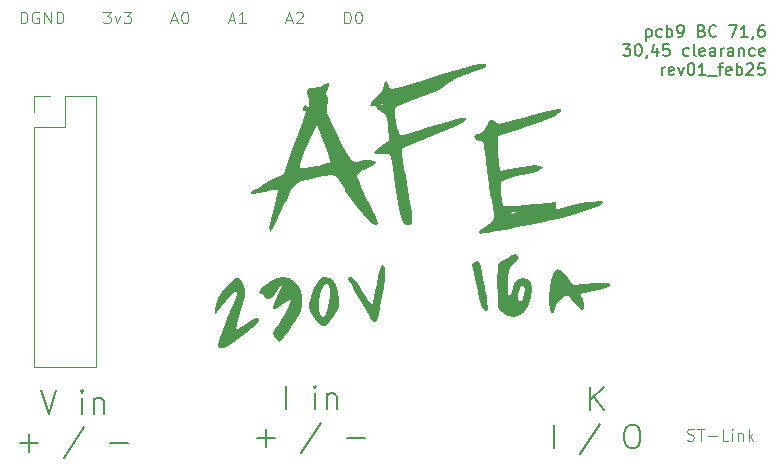
<source format=gto>
G04 #@! TF.GenerationSoftware,KiCad,Pcbnew,8.0.8*
G04 #@! TF.CreationDate,2025-02-19T13:23:11-05:00*
G04 #@! TF.ProjectId,plot_gerbers,706c6f74-5f67-4657-9262-6572732e6b69,rev?*
G04 #@! TF.SameCoordinates,Original*
G04 #@! TF.FileFunction,Legend,Top*
G04 #@! TF.FilePolarity,Positive*
%FSLAX46Y46*%
G04 Gerber Fmt 4.6, Leading zero omitted, Abs format (unit mm)*
G04 Created by KiCad (PCBNEW 8.0.8) date 2025-02-19 13:23:11*
%MOMM*%
%LPD*%
G01*
G04 APERTURE LIST*
%ADD10C,0.200000*%
%ADD11C,0.150000*%
%ADD12C,0.100000*%
%ADD13C,0.000000*%
%ADD14C,0.120000*%
%ADD15R,1.700000X1.700000*%
%ADD16O,1.700000X1.700000*%
G04 APERTURE END LIST*
D10*
X118400476Y-117494950D02*
X119067142Y-119494950D01*
X119067142Y-119494950D02*
X119733809Y-117494950D01*
X121924286Y-119494950D02*
X121924286Y-118161616D01*
X121924286Y-117494950D02*
X121829048Y-117590188D01*
X121829048Y-117590188D02*
X121924286Y-117685426D01*
X121924286Y-117685426D02*
X122019524Y-117590188D01*
X122019524Y-117590188D02*
X121924286Y-117494950D01*
X121924286Y-117494950D02*
X121924286Y-117685426D01*
X122876667Y-118161616D02*
X122876667Y-119494950D01*
X122876667Y-118352092D02*
X122971905Y-118256854D01*
X122971905Y-118256854D02*
X123162381Y-118161616D01*
X123162381Y-118161616D02*
X123448096Y-118161616D01*
X123448096Y-118161616D02*
X123638572Y-118256854D01*
X123638572Y-118256854D02*
X123733810Y-118447331D01*
X123733810Y-118447331D02*
X123733810Y-119494950D01*
X116638571Y-121952933D02*
X118162381Y-121952933D01*
X117400476Y-122714838D02*
X117400476Y-121191028D01*
X122067142Y-120619600D02*
X120352857Y-123191028D01*
X124257619Y-121952933D02*
X125781429Y-121952933D01*
X164926190Y-119184950D02*
X164926190Y-117184950D01*
X166069047Y-119184950D02*
X165211904Y-118042092D01*
X166069047Y-117184950D02*
X164926190Y-118327807D01*
X161830952Y-122404838D02*
X161830952Y-120404838D01*
X165735714Y-120309600D02*
X164021429Y-122881028D01*
X168307143Y-120404838D02*
X168688096Y-120404838D01*
X168688096Y-120404838D02*
X168878572Y-120500076D01*
X168878572Y-120500076D02*
X169069048Y-120690552D01*
X169069048Y-120690552D02*
X169164286Y-121071504D01*
X169164286Y-121071504D02*
X169164286Y-121738171D01*
X169164286Y-121738171D02*
X169069048Y-122119123D01*
X169069048Y-122119123D02*
X168878572Y-122309600D01*
X168878572Y-122309600D02*
X168688096Y-122404838D01*
X168688096Y-122404838D02*
X168307143Y-122404838D01*
X168307143Y-122404838D02*
X168116667Y-122309600D01*
X168116667Y-122309600D02*
X167926191Y-122119123D01*
X167926191Y-122119123D02*
X167830953Y-121738171D01*
X167830953Y-121738171D02*
X167830953Y-121071504D01*
X167830953Y-121071504D02*
X167926191Y-120690552D01*
X167926191Y-120690552D02*
X168116667Y-120500076D01*
X168116667Y-120500076D02*
X168307143Y-120404838D01*
X139177142Y-119094950D02*
X139177142Y-117094950D01*
X141653333Y-119094950D02*
X141653333Y-117761616D01*
X141653333Y-117094950D02*
X141558095Y-117190188D01*
X141558095Y-117190188D02*
X141653333Y-117285426D01*
X141653333Y-117285426D02*
X141748571Y-117190188D01*
X141748571Y-117190188D02*
X141653333Y-117094950D01*
X141653333Y-117094950D02*
X141653333Y-117285426D01*
X142605714Y-117761616D02*
X142605714Y-119094950D01*
X142605714Y-117952092D02*
X142700952Y-117856854D01*
X142700952Y-117856854D02*
X142891428Y-117761616D01*
X142891428Y-117761616D02*
X143177143Y-117761616D01*
X143177143Y-117761616D02*
X143367619Y-117856854D01*
X143367619Y-117856854D02*
X143462857Y-118047331D01*
X143462857Y-118047331D02*
X143462857Y-119094950D01*
X136748571Y-121552933D02*
X138272381Y-121552933D01*
X137510476Y-122314838D02*
X137510476Y-120791028D01*
X142177142Y-120219600D02*
X140462857Y-122791028D01*
X144367619Y-121552933D02*
X145891429Y-121552933D01*
D11*
X169653220Y-86913264D02*
X169653220Y-87913264D01*
X169653220Y-86960883D02*
X169748458Y-86913264D01*
X169748458Y-86913264D02*
X169938934Y-86913264D01*
X169938934Y-86913264D02*
X170034172Y-86960883D01*
X170034172Y-86960883D02*
X170081791Y-87008502D01*
X170081791Y-87008502D02*
X170129410Y-87103740D01*
X170129410Y-87103740D02*
X170129410Y-87389454D01*
X170129410Y-87389454D02*
X170081791Y-87484692D01*
X170081791Y-87484692D02*
X170034172Y-87532312D01*
X170034172Y-87532312D02*
X169938934Y-87579931D01*
X169938934Y-87579931D02*
X169748458Y-87579931D01*
X169748458Y-87579931D02*
X169653220Y-87532312D01*
X170986553Y-87532312D02*
X170891315Y-87579931D01*
X170891315Y-87579931D02*
X170700839Y-87579931D01*
X170700839Y-87579931D02*
X170605601Y-87532312D01*
X170605601Y-87532312D02*
X170557982Y-87484692D01*
X170557982Y-87484692D02*
X170510363Y-87389454D01*
X170510363Y-87389454D02*
X170510363Y-87103740D01*
X170510363Y-87103740D02*
X170557982Y-87008502D01*
X170557982Y-87008502D02*
X170605601Y-86960883D01*
X170605601Y-86960883D02*
X170700839Y-86913264D01*
X170700839Y-86913264D02*
X170891315Y-86913264D01*
X170891315Y-86913264D02*
X170986553Y-86960883D01*
X171415125Y-87579931D02*
X171415125Y-86579931D01*
X171415125Y-86960883D02*
X171510363Y-86913264D01*
X171510363Y-86913264D02*
X171700839Y-86913264D01*
X171700839Y-86913264D02*
X171796077Y-86960883D01*
X171796077Y-86960883D02*
X171843696Y-87008502D01*
X171843696Y-87008502D02*
X171891315Y-87103740D01*
X171891315Y-87103740D02*
X171891315Y-87389454D01*
X171891315Y-87389454D02*
X171843696Y-87484692D01*
X171843696Y-87484692D02*
X171796077Y-87532312D01*
X171796077Y-87532312D02*
X171700839Y-87579931D01*
X171700839Y-87579931D02*
X171510363Y-87579931D01*
X171510363Y-87579931D02*
X171415125Y-87532312D01*
X172367506Y-87579931D02*
X172557982Y-87579931D01*
X172557982Y-87579931D02*
X172653220Y-87532312D01*
X172653220Y-87532312D02*
X172700839Y-87484692D01*
X172700839Y-87484692D02*
X172796077Y-87341835D01*
X172796077Y-87341835D02*
X172843696Y-87151359D01*
X172843696Y-87151359D02*
X172843696Y-86770407D01*
X172843696Y-86770407D02*
X172796077Y-86675169D01*
X172796077Y-86675169D02*
X172748458Y-86627550D01*
X172748458Y-86627550D02*
X172653220Y-86579931D01*
X172653220Y-86579931D02*
X172462744Y-86579931D01*
X172462744Y-86579931D02*
X172367506Y-86627550D01*
X172367506Y-86627550D02*
X172319887Y-86675169D01*
X172319887Y-86675169D02*
X172272268Y-86770407D01*
X172272268Y-86770407D02*
X172272268Y-87008502D01*
X172272268Y-87008502D02*
X172319887Y-87103740D01*
X172319887Y-87103740D02*
X172367506Y-87151359D01*
X172367506Y-87151359D02*
X172462744Y-87198978D01*
X172462744Y-87198978D02*
X172653220Y-87198978D01*
X172653220Y-87198978D02*
X172748458Y-87151359D01*
X172748458Y-87151359D02*
X172796077Y-87103740D01*
X172796077Y-87103740D02*
X172843696Y-87008502D01*
X174367506Y-87056121D02*
X174510363Y-87103740D01*
X174510363Y-87103740D02*
X174557982Y-87151359D01*
X174557982Y-87151359D02*
X174605601Y-87246597D01*
X174605601Y-87246597D02*
X174605601Y-87389454D01*
X174605601Y-87389454D02*
X174557982Y-87484692D01*
X174557982Y-87484692D02*
X174510363Y-87532312D01*
X174510363Y-87532312D02*
X174415125Y-87579931D01*
X174415125Y-87579931D02*
X174034173Y-87579931D01*
X174034173Y-87579931D02*
X174034173Y-86579931D01*
X174034173Y-86579931D02*
X174367506Y-86579931D01*
X174367506Y-86579931D02*
X174462744Y-86627550D01*
X174462744Y-86627550D02*
X174510363Y-86675169D01*
X174510363Y-86675169D02*
X174557982Y-86770407D01*
X174557982Y-86770407D02*
X174557982Y-86865645D01*
X174557982Y-86865645D02*
X174510363Y-86960883D01*
X174510363Y-86960883D02*
X174462744Y-87008502D01*
X174462744Y-87008502D02*
X174367506Y-87056121D01*
X174367506Y-87056121D02*
X174034173Y-87056121D01*
X175605601Y-87484692D02*
X175557982Y-87532312D01*
X175557982Y-87532312D02*
X175415125Y-87579931D01*
X175415125Y-87579931D02*
X175319887Y-87579931D01*
X175319887Y-87579931D02*
X175177030Y-87532312D01*
X175177030Y-87532312D02*
X175081792Y-87437073D01*
X175081792Y-87437073D02*
X175034173Y-87341835D01*
X175034173Y-87341835D02*
X174986554Y-87151359D01*
X174986554Y-87151359D02*
X174986554Y-87008502D01*
X174986554Y-87008502D02*
X175034173Y-86818026D01*
X175034173Y-86818026D02*
X175081792Y-86722788D01*
X175081792Y-86722788D02*
X175177030Y-86627550D01*
X175177030Y-86627550D02*
X175319887Y-86579931D01*
X175319887Y-86579931D02*
X175415125Y-86579931D01*
X175415125Y-86579931D02*
X175557982Y-86627550D01*
X175557982Y-86627550D02*
X175605601Y-86675169D01*
X176700840Y-86579931D02*
X177367506Y-86579931D01*
X177367506Y-86579931D02*
X176938935Y-87579931D01*
X178272268Y-87579931D02*
X177700840Y-87579931D01*
X177986554Y-87579931D02*
X177986554Y-86579931D01*
X177986554Y-86579931D02*
X177891316Y-86722788D01*
X177891316Y-86722788D02*
X177796078Y-86818026D01*
X177796078Y-86818026D02*
X177700840Y-86865645D01*
X178748459Y-87532312D02*
X178748459Y-87579931D01*
X178748459Y-87579931D02*
X178700840Y-87675169D01*
X178700840Y-87675169D02*
X178653221Y-87722788D01*
X179605601Y-86579931D02*
X179415125Y-86579931D01*
X179415125Y-86579931D02*
X179319887Y-86627550D01*
X179319887Y-86627550D02*
X179272268Y-86675169D01*
X179272268Y-86675169D02*
X179177030Y-86818026D01*
X179177030Y-86818026D02*
X179129411Y-87008502D01*
X179129411Y-87008502D02*
X179129411Y-87389454D01*
X179129411Y-87389454D02*
X179177030Y-87484692D01*
X179177030Y-87484692D02*
X179224649Y-87532312D01*
X179224649Y-87532312D02*
X179319887Y-87579931D01*
X179319887Y-87579931D02*
X179510363Y-87579931D01*
X179510363Y-87579931D02*
X179605601Y-87532312D01*
X179605601Y-87532312D02*
X179653220Y-87484692D01*
X179653220Y-87484692D02*
X179700839Y-87389454D01*
X179700839Y-87389454D02*
X179700839Y-87151359D01*
X179700839Y-87151359D02*
X179653220Y-87056121D01*
X179653220Y-87056121D02*
X179605601Y-87008502D01*
X179605601Y-87008502D02*
X179510363Y-86960883D01*
X179510363Y-86960883D02*
X179319887Y-86960883D01*
X179319887Y-86960883D02*
X179224649Y-87008502D01*
X179224649Y-87008502D02*
X179177030Y-87056121D01*
X179177030Y-87056121D02*
X179129411Y-87151359D01*
X167700838Y-88189875D02*
X168319885Y-88189875D01*
X168319885Y-88189875D02*
X167986552Y-88570827D01*
X167986552Y-88570827D02*
X168129409Y-88570827D01*
X168129409Y-88570827D02*
X168224647Y-88618446D01*
X168224647Y-88618446D02*
X168272266Y-88666065D01*
X168272266Y-88666065D02*
X168319885Y-88761303D01*
X168319885Y-88761303D02*
X168319885Y-88999398D01*
X168319885Y-88999398D02*
X168272266Y-89094636D01*
X168272266Y-89094636D02*
X168224647Y-89142256D01*
X168224647Y-89142256D02*
X168129409Y-89189875D01*
X168129409Y-89189875D02*
X167843695Y-89189875D01*
X167843695Y-89189875D02*
X167748457Y-89142256D01*
X167748457Y-89142256D02*
X167700838Y-89094636D01*
X168938933Y-88189875D02*
X169034171Y-88189875D01*
X169034171Y-88189875D02*
X169129409Y-88237494D01*
X169129409Y-88237494D02*
X169177028Y-88285113D01*
X169177028Y-88285113D02*
X169224647Y-88380351D01*
X169224647Y-88380351D02*
X169272266Y-88570827D01*
X169272266Y-88570827D02*
X169272266Y-88808922D01*
X169272266Y-88808922D02*
X169224647Y-88999398D01*
X169224647Y-88999398D02*
X169177028Y-89094636D01*
X169177028Y-89094636D02*
X169129409Y-89142256D01*
X169129409Y-89142256D02*
X169034171Y-89189875D01*
X169034171Y-89189875D02*
X168938933Y-89189875D01*
X168938933Y-89189875D02*
X168843695Y-89142256D01*
X168843695Y-89142256D02*
X168796076Y-89094636D01*
X168796076Y-89094636D02*
X168748457Y-88999398D01*
X168748457Y-88999398D02*
X168700838Y-88808922D01*
X168700838Y-88808922D02*
X168700838Y-88570827D01*
X168700838Y-88570827D02*
X168748457Y-88380351D01*
X168748457Y-88380351D02*
X168796076Y-88285113D01*
X168796076Y-88285113D02*
X168843695Y-88237494D01*
X168843695Y-88237494D02*
X168938933Y-88189875D01*
X169748457Y-89142256D02*
X169748457Y-89189875D01*
X169748457Y-89189875D02*
X169700838Y-89285113D01*
X169700838Y-89285113D02*
X169653219Y-89332732D01*
X170605599Y-88523208D02*
X170605599Y-89189875D01*
X170367504Y-88142256D02*
X170129409Y-88856541D01*
X170129409Y-88856541D02*
X170748456Y-88856541D01*
X171605599Y-88189875D02*
X171129409Y-88189875D01*
X171129409Y-88189875D02*
X171081790Y-88666065D01*
X171081790Y-88666065D02*
X171129409Y-88618446D01*
X171129409Y-88618446D02*
X171224647Y-88570827D01*
X171224647Y-88570827D02*
X171462742Y-88570827D01*
X171462742Y-88570827D02*
X171557980Y-88618446D01*
X171557980Y-88618446D02*
X171605599Y-88666065D01*
X171605599Y-88666065D02*
X171653218Y-88761303D01*
X171653218Y-88761303D02*
X171653218Y-88999398D01*
X171653218Y-88999398D02*
X171605599Y-89094636D01*
X171605599Y-89094636D02*
X171557980Y-89142256D01*
X171557980Y-89142256D02*
X171462742Y-89189875D01*
X171462742Y-89189875D02*
X171224647Y-89189875D01*
X171224647Y-89189875D02*
X171129409Y-89142256D01*
X171129409Y-89142256D02*
X171081790Y-89094636D01*
X173272266Y-89142256D02*
X173177028Y-89189875D01*
X173177028Y-89189875D02*
X172986552Y-89189875D01*
X172986552Y-89189875D02*
X172891314Y-89142256D01*
X172891314Y-89142256D02*
X172843695Y-89094636D01*
X172843695Y-89094636D02*
X172796076Y-88999398D01*
X172796076Y-88999398D02*
X172796076Y-88713684D01*
X172796076Y-88713684D02*
X172843695Y-88618446D01*
X172843695Y-88618446D02*
X172891314Y-88570827D01*
X172891314Y-88570827D02*
X172986552Y-88523208D01*
X172986552Y-88523208D02*
X173177028Y-88523208D01*
X173177028Y-88523208D02*
X173272266Y-88570827D01*
X173843695Y-89189875D02*
X173748457Y-89142256D01*
X173748457Y-89142256D02*
X173700838Y-89047017D01*
X173700838Y-89047017D02*
X173700838Y-88189875D01*
X174605600Y-89142256D02*
X174510362Y-89189875D01*
X174510362Y-89189875D02*
X174319886Y-89189875D01*
X174319886Y-89189875D02*
X174224648Y-89142256D01*
X174224648Y-89142256D02*
X174177029Y-89047017D01*
X174177029Y-89047017D02*
X174177029Y-88666065D01*
X174177029Y-88666065D02*
X174224648Y-88570827D01*
X174224648Y-88570827D02*
X174319886Y-88523208D01*
X174319886Y-88523208D02*
X174510362Y-88523208D01*
X174510362Y-88523208D02*
X174605600Y-88570827D01*
X174605600Y-88570827D02*
X174653219Y-88666065D01*
X174653219Y-88666065D02*
X174653219Y-88761303D01*
X174653219Y-88761303D02*
X174177029Y-88856541D01*
X175510362Y-89189875D02*
X175510362Y-88666065D01*
X175510362Y-88666065D02*
X175462743Y-88570827D01*
X175462743Y-88570827D02*
X175367505Y-88523208D01*
X175367505Y-88523208D02*
X175177029Y-88523208D01*
X175177029Y-88523208D02*
X175081791Y-88570827D01*
X175510362Y-89142256D02*
X175415124Y-89189875D01*
X175415124Y-89189875D02*
X175177029Y-89189875D01*
X175177029Y-89189875D02*
X175081791Y-89142256D01*
X175081791Y-89142256D02*
X175034172Y-89047017D01*
X175034172Y-89047017D02*
X175034172Y-88951779D01*
X175034172Y-88951779D02*
X175081791Y-88856541D01*
X175081791Y-88856541D02*
X175177029Y-88808922D01*
X175177029Y-88808922D02*
X175415124Y-88808922D01*
X175415124Y-88808922D02*
X175510362Y-88761303D01*
X175986553Y-89189875D02*
X175986553Y-88523208D01*
X175986553Y-88713684D02*
X176034172Y-88618446D01*
X176034172Y-88618446D02*
X176081791Y-88570827D01*
X176081791Y-88570827D02*
X176177029Y-88523208D01*
X176177029Y-88523208D02*
X176272267Y-88523208D01*
X177034172Y-89189875D02*
X177034172Y-88666065D01*
X177034172Y-88666065D02*
X176986553Y-88570827D01*
X176986553Y-88570827D02*
X176891315Y-88523208D01*
X176891315Y-88523208D02*
X176700839Y-88523208D01*
X176700839Y-88523208D02*
X176605601Y-88570827D01*
X177034172Y-89142256D02*
X176938934Y-89189875D01*
X176938934Y-89189875D02*
X176700839Y-89189875D01*
X176700839Y-89189875D02*
X176605601Y-89142256D01*
X176605601Y-89142256D02*
X176557982Y-89047017D01*
X176557982Y-89047017D02*
X176557982Y-88951779D01*
X176557982Y-88951779D02*
X176605601Y-88856541D01*
X176605601Y-88856541D02*
X176700839Y-88808922D01*
X176700839Y-88808922D02*
X176938934Y-88808922D01*
X176938934Y-88808922D02*
X177034172Y-88761303D01*
X177510363Y-88523208D02*
X177510363Y-89189875D01*
X177510363Y-88618446D02*
X177557982Y-88570827D01*
X177557982Y-88570827D02*
X177653220Y-88523208D01*
X177653220Y-88523208D02*
X177796077Y-88523208D01*
X177796077Y-88523208D02*
X177891315Y-88570827D01*
X177891315Y-88570827D02*
X177938934Y-88666065D01*
X177938934Y-88666065D02*
X177938934Y-89189875D01*
X178843696Y-89142256D02*
X178748458Y-89189875D01*
X178748458Y-89189875D02*
X178557982Y-89189875D01*
X178557982Y-89189875D02*
X178462744Y-89142256D01*
X178462744Y-89142256D02*
X178415125Y-89094636D01*
X178415125Y-89094636D02*
X178367506Y-88999398D01*
X178367506Y-88999398D02*
X178367506Y-88713684D01*
X178367506Y-88713684D02*
X178415125Y-88618446D01*
X178415125Y-88618446D02*
X178462744Y-88570827D01*
X178462744Y-88570827D02*
X178557982Y-88523208D01*
X178557982Y-88523208D02*
X178748458Y-88523208D01*
X178748458Y-88523208D02*
X178843696Y-88570827D01*
X179653220Y-89142256D02*
X179557982Y-89189875D01*
X179557982Y-89189875D02*
X179367506Y-89189875D01*
X179367506Y-89189875D02*
X179272268Y-89142256D01*
X179272268Y-89142256D02*
X179224649Y-89047017D01*
X179224649Y-89047017D02*
X179224649Y-88666065D01*
X179224649Y-88666065D02*
X179272268Y-88570827D01*
X179272268Y-88570827D02*
X179367506Y-88523208D01*
X179367506Y-88523208D02*
X179557982Y-88523208D01*
X179557982Y-88523208D02*
X179653220Y-88570827D01*
X179653220Y-88570827D02*
X179700839Y-88666065D01*
X179700839Y-88666065D02*
X179700839Y-88761303D01*
X179700839Y-88761303D02*
X179224649Y-88856541D01*
X170986552Y-90799819D02*
X170986552Y-90133152D01*
X170986552Y-90323628D02*
X171034171Y-90228390D01*
X171034171Y-90228390D02*
X171081790Y-90180771D01*
X171081790Y-90180771D02*
X171177028Y-90133152D01*
X171177028Y-90133152D02*
X171272266Y-90133152D01*
X171986552Y-90752200D02*
X171891314Y-90799819D01*
X171891314Y-90799819D02*
X171700838Y-90799819D01*
X171700838Y-90799819D02*
X171605600Y-90752200D01*
X171605600Y-90752200D02*
X171557981Y-90656961D01*
X171557981Y-90656961D02*
X171557981Y-90276009D01*
X171557981Y-90276009D02*
X171605600Y-90180771D01*
X171605600Y-90180771D02*
X171700838Y-90133152D01*
X171700838Y-90133152D02*
X171891314Y-90133152D01*
X171891314Y-90133152D02*
X171986552Y-90180771D01*
X171986552Y-90180771D02*
X172034171Y-90276009D01*
X172034171Y-90276009D02*
X172034171Y-90371247D01*
X172034171Y-90371247D02*
X171557981Y-90466485D01*
X172367505Y-90133152D02*
X172605600Y-90799819D01*
X172605600Y-90799819D02*
X172843695Y-90133152D01*
X173415124Y-89799819D02*
X173510362Y-89799819D01*
X173510362Y-89799819D02*
X173605600Y-89847438D01*
X173605600Y-89847438D02*
X173653219Y-89895057D01*
X173653219Y-89895057D02*
X173700838Y-89990295D01*
X173700838Y-89990295D02*
X173748457Y-90180771D01*
X173748457Y-90180771D02*
X173748457Y-90418866D01*
X173748457Y-90418866D02*
X173700838Y-90609342D01*
X173700838Y-90609342D02*
X173653219Y-90704580D01*
X173653219Y-90704580D02*
X173605600Y-90752200D01*
X173605600Y-90752200D02*
X173510362Y-90799819D01*
X173510362Y-90799819D02*
X173415124Y-90799819D01*
X173415124Y-90799819D02*
X173319886Y-90752200D01*
X173319886Y-90752200D02*
X173272267Y-90704580D01*
X173272267Y-90704580D02*
X173224648Y-90609342D01*
X173224648Y-90609342D02*
X173177029Y-90418866D01*
X173177029Y-90418866D02*
X173177029Y-90180771D01*
X173177029Y-90180771D02*
X173224648Y-89990295D01*
X173224648Y-89990295D02*
X173272267Y-89895057D01*
X173272267Y-89895057D02*
X173319886Y-89847438D01*
X173319886Y-89847438D02*
X173415124Y-89799819D01*
X174700838Y-90799819D02*
X174129410Y-90799819D01*
X174415124Y-90799819D02*
X174415124Y-89799819D01*
X174415124Y-89799819D02*
X174319886Y-89942676D01*
X174319886Y-89942676D02*
X174224648Y-90037914D01*
X174224648Y-90037914D02*
X174129410Y-90085533D01*
X174891315Y-90895057D02*
X175653219Y-90895057D01*
X175748458Y-90133152D02*
X176129410Y-90133152D01*
X175891315Y-90799819D02*
X175891315Y-89942676D01*
X175891315Y-89942676D02*
X175938934Y-89847438D01*
X175938934Y-89847438D02*
X176034172Y-89799819D01*
X176034172Y-89799819D02*
X176129410Y-89799819D01*
X176843696Y-90752200D02*
X176748458Y-90799819D01*
X176748458Y-90799819D02*
X176557982Y-90799819D01*
X176557982Y-90799819D02*
X176462744Y-90752200D01*
X176462744Y-90752200D02*
X176415125Y-90656961D01*
X176415125Y-90656961D02*
X176415125Y-90276009D01*
X176415125Y-90276009D02*
X176462744Y-90180771D01*
X176462744Y-90180771D02*
X176557982Y-90133152D01*
X176557982Y-90133152D02*
X176748458Y-90133152D01*
X176748458Y-90133152D02*
X176843696Y-90180771D01*
X176843696Y-90180771D02*
X176891315Y-90276009D01*
X176891315Y-90276009D02*
X176891315Y-90371247D01*
X176891315Y-90371247D02*
X176415125Y-90466485D01*
X177319887Y-90799819D02*
X177319887Y-89799819D01*
X177319887Y-90180771D02*
X177415125Y-90133152D01*
X177415125Y-90133152D02*
X177605601Y-90133152D01*
X177605601Y-90133152D02*
X177700839Y-90180771D01*
X177700839Y-90180771D02*
X177748458Y-90228390D01*
X177748458Y-90228390D02*
X177796077Y-90323628D01*
X177796077Y-90323628D02*
X177796077Y-90609342D01*
X177796077Y-90609342D02*
X177748458Y-90704580D01*
X177748458Y-90704580D02*
X177700839Y-90752200D01*
X177700839Y-90752200D02*
X177605601Y-90799819D01*
X177605601Y-90799819D02*
X177415125Y-90799819D01*
X177415125Y-90799819D02*
X177319887Y-90752200D01*
X178177030Y-89895057D02*
X178224649Y-89847438D01*
X178224649Y-89847438D02*
X178319887Y-89799819D01*
X178319887Y-89799819D02*
X178557982Y-89799819D01*
X178557982Y-89799819D02*
X178653220Y-89847438D01*
X178653220Y-89847438D02*
X178700839Y-89895057D01*
X178700839Y-89895057D02*
X178748458Y-89990295D01*
X178748458Y-89990295D02*
X178748458Y-90085533D01*
X178748458Y-90085533D02*
X178700839Y-90228390D01*
X178700839Y-90228390D02*
X178129411Y-90799819D01*
X178129411Y-90799819D02*
X178748458Y-90799819D01*
X179653220Y-89799819D02*
X179177030Y-89799819D01*
X179177030Y-89799819D02*
X179129411Y-90276009D01*
X179129411Y-90276009D02*
X179177030Y-90228390D01*
X179177030Y-90228390D02*
X179272268Y-90180771D01*
X179272268Y-90180771D02*
X179510363Y-90180771D01*
X179510363Y-90180771D02*
X179605601Y-90228390D01*
X179605601Y-90228390D02*
X179653220Y-90276009D01*
X179653220Y-90276009D02*
X179700839Y-90371247D01*
X179700839Y-90371247D02*
X179700839Y-90609342D01*
X179700839Y-90609342D02*
X179653220Y-90704580D01*
X179653220Y-90704580D02*
X179605601Y-90752200D01*
X179605601Y-90752200D02*
X179510363Y-90799819D01*
X179510363Y-90799819D02*
X179272268Y-90799819D01*
X179272268Y-90799819D02*
X179177030Y-90752200D01*
X179177030Y-90752200D02*
X179129411Y-90704580D01*
D12*
X173144286Y-121694800D02*
X173287143Y-121742419D01*
X173287143Y-121742419D02*
X173525238Y-121742419D01*
X173525238Y-121742419D02*
X173620476Y-121694800D01*
X173620476Y-121694800D02*
X173668095Y-121647180D01*
X173668095Y-121647180D02*
X173715714Y-121551942D01*
X173715714Y-121551942D02*
X173715714Y-121456704D01*
X173715714Y-121456704D02*
X173668095Y-121361466D01*
X173668095Y-121361466D02*
X173620476Y-121313847D01*
X173620476Y-121313847D02*
X173525238Y-121266228D01*
X173525238Y-121266228D02*
X173334762Y-121218609D01*
X173334762Y-121218609D02*
X173239524Y-121170990D01*
X173239524Y-121170990D02*
X173191905Y-121123371D01*
X173191905Y-121123371D02*
X173144286Y-121028133D01*
X173144286Y-121028133D02*
X173144286Y-120932895D01*
X173144286Y-120932895D02*
X173191905Y-120837657D01*
X173191905Y-120837657D02*
X173239524Y-120790038D01*
X173239524Y-120790038D02*
X173334762Y-120742419D01*
X173334762Y-120742419D02*
X173572857Y-120742419D01*
X173572857Y-120742419D02*
X173715714Y-120790038D01*
X174001429Y-120742419D02*
X174572857Y-120742419D01*
X174287143Y-121742419D02*
X174287143Y-120742419D01*
X174906191Y-121361466D02*
X175668096Y-121361466D01*
X176620476Y-121742419D02*
X176144286Y-121742419D01*
X176144286Y-121742419D02*
X176144286Y-120742419D01*
X176953810Y-121742419D02*
X176953810Y-121075752D01*
X176953810Y-120742419D02*
X176906191Y-120790038D01*
X176906191Y-120790038D02*
X176953810Y-120837657D01*
X176953810Y-120837657D02*
X177001429Y-120790038D01*
X177001429Y-120790038D02*
X176953810Y-120742419D01*
X176953810Y-120742419D02*
X176953810Y-120837657D01*
X177430000Y-121075752D02*
X177430000Y-121742419D01*
X177430000Y-121170990D02*
X177477619Y-121123371D01*
X177477619Y-121123371D02*
X177572857Y-121075752D01*
X177572857Y-121075752D02*
X177715714Y-121075752D01*
X177715714Y-121075752D02*
X177810952Y-121123371D01*
X177810952Y-121123371D02*
X177858571Y-121218609D01*
X177858571Y-121218609D02*
X177858571Y-121742419D01*
X178334762Y-121742419D02*
X178334762Y-120742419D01*
X178430000Y-121361466D02*
X178715714Y-121742419D01*
X178715714Y-121075752D02*
X178334762Y-121456704D01*
X116703884Y-86432419D02*
X116703884Y-85432419D01*
X116703884Y-85432419D02*
X116941979Y-85432419D01*
X116941979Y-85432419D02*
X117084836Y-85480038D01*
X117084836Y-85480038D02*
X117180074Y-85575276D01*
X117180074Y-85575276D02*
X117227693Y-85670514D01*
X117227693Y-85670514D02*
X117275312Y-85860990D01*
X117275312Y-85860990D02*
X117275312Y-86003847D01*
X117275312Y-86003847D02*
X117227693Y-86194323D01*
X117227693Y-86194323D02*
X117180074Y-86289561D01*
X117180074Y-86289561D02*
X117084836Y-86384800D01*
X117084836Y-86384800D02*
X116941979Y-86432419D01*
X116941979Y-86432419D02*
X116703884Y-86432419D01*
X118227693Y-85480038D02*
X118132455Y-85432419D01*
X118132455Y-85432419D02*
X117989598Y-85432419D01*
X117989598Y-85432419D02*
X117846741Y-85480038D01*
X117846741Y-85480038D02*
X117751503Y-85575276D01*
X117751503Y-85575276D02*
X117703884Y-85670514D01*
X117703884Y-85670514D02*
X117656265Y-85860990D01*
X117656265Y-85860990D02*
X117656265Y-86003847D01*
X117656265Y-86003847D02*
X117703884Y-86194323D01*
X117703884Y-86194323D02*
X117751503Y-86289561D01*
X117751503Y-86289561D02*
X117846741Y-86384800D01*
X117846741Y-86384800D02*
X117989598Y-86432419D01*
X117989598Y-86432419D02*
X118084836Y-86432419D01*
X118084836Y-86432419D02*
X118227693Y-86384800D01*
X118227693Y-86384800D02*
X118275312Y-86337180D01*
X118275312Y-86337180D02*
X118275312Y-86003847D01*
X118275312Y-86003847D02*
X118084836Y-86003847D01*
X118703884Y-86432419D02*
X118703884Y-85432419D01*
X118703884Y-85432419D02*
X119275312Y-86432419D01*
X119275312Y-86432419D02*
X119275312Y-85432419D01*
X119751503Y-86432419D02*
X119751503Y-85432419D01*
X119751503Y-85432419D02*
X119989598Y-85432419D01*
X119989598Y-85432419D02*
X120132455Y-85480038D01*
X120132455Y-85480038D02*
X120227693Y-85575276D01*
X120227693Y-85575276D02*
X120275312Y-85670514D01*
X120275312Y-85670514D02*
X120322931Y-85860990D01*
X120322931Y-85860990D02*
X120322931Y-86003847D01*
X120322931Y-86003847D02*
X120275312Y-86194323D01*
X120275312Y-86194323D02*
X120227693Y-86289561D01*
X120227693Y-86289561D02*
X120132455Y-86384800D01*
X120132455Y-86384800D02*
X119989598Y-86432419D01*
X119989598Y-86432419D02*
X119751503Y-86432419D01*
X123703885Y-85432419D02*
X124322932Y-85432419D01*
X124322932Y-85432419D02*
X123989599Y-85813371D01*
X123989599Y-85813371D02*
X124132456Y-85813371D01*
X124132456Y-85813371D02*
X124227694Y-85860990D01*
X124227694Y-85860990D02*
X124275313Y-85908609D01*
X124275313Y-85908609D02*
X124322932Y-86003847D01*
X124322932Y-86003847D02*
X124322932Y-86241942D01*
X124322932Y-86241942D02*
X124275313Y-86337180D01*
X124275313Y-86337180D02*
X124227694Y-86384800D01*
X124227694Y-86384800D02*
X124132456Y-86432419D01*
X124132456Y-86432419D02*
X123846742Y-86432419D01*
X123846742Y-86432419D02*
X123751504Y-86384800D01*
X123751504Y-86384800D02*
X123703885Y-86337180D01*
X124656266Y-85765752D02*
X124894361Y-86432419D01*
X124894361Y-86432419D02*
X125132456Y-85765752D01*
X125418171Y-85432419D02*
X126037218Y-85432419D01*
X126037218Y-85432419D02*
X125703885Y-85813371D01*
X125703885Y-85813371D02*
X125846742Y-85813371D01*
X125846742Y-85813371D02*
X125941980Y-85860990D01*
X125941980Y-85860990D02*
X125989599Y-85908609D01*
X125989599Y-85908609D02*
X126037218Y-86003847D01*
X126037218Y-86003847D02*
X126037218Y-86241942D01*
X126037218Y-86241942D02*
X125989599Y-86337180D01*
X125989599Y-86337180D02*
X125941980Y-86384800D01*
X125941980Y-86384800D02*
X125846742Y-86432419D01*
X125846742Y-86432419D02*
X125561028Y-86432419D01*
X125561028Y-86432419D02*
X125465790Y-86384800D01*
X125465790Y-86384800D02*
X125418171Y-86337180D01*
X129465791Y-86146704D02*
X129941981Y-86146704D01*
X129370553Y-86432419D02*
X129703886Y-85432419D01*
X129703886Y-85432419D02*
X130037219Y-86432419D01*
X130561029Y-85432419D02*
X130656267Y-85432419D01*
X130656267Y-85432419D02*
X130751505Y-85480038D01*
X130751505Y-85480038D02*
X130799124Y-85527657D01*
X130799124Y-85527657D02*
X130846743Y-85622895D01*
X130846743Y-85622895D02*
X130894362Y-85813371D01*
X130894362Y-85813371D02*
X130894362Y-86051466D01*
X130894362Y-86051466D02*
X130846743Y-86241942D01*
X130846743Y-86241942D02*
X130799124Y-86337180D01*
X130799124Y-86337180D02*
X130751505Y-86384800D01*
X130751505Y-86384800D02*
X130656267Y-86432419D01*
X130656267Y-86432419D02*
X130561029Y-86432419D01*
X130561029Y-86432419D02*
X130465791Y-86384800D01*
X130465791Y-86384800D02*
X130418172Y-86337180D01*
X130418172Y-86337180D02*
X130370553Y-86241942D01*
X130370553Y-86241942D02*
X130322934Y-86051466D01*
X130322934Y-86051466D02*
X130322934Y-85813371D01*
X130322934Y-85813371D02*
X130370553Y-85622895D01*
X130370553Y-85622895D02*
X130418172Y-85527657D01*
X130418172Y-85527657D02*
X130465791Y-85480038D01*
X130465791Y-85480038D02*
X130561029Y-85432419D01*
X134322935Y-86146704D02*
X134799125Y-86146704D01*
X134227697Y-86432419D02*
X134561030Y-85432419D01*
X134561030Y-85432419D02*
X134894363Y-86432419D01*
X135751506Y-86432419D02*
X135180078Y-86432419D01*
X135465792Y-86432419D02*
X135465792Y-85432419D01*
X135465792Y-85432419D02*
X135370554Y-85575276D01*
X135370554Y-85575276D02*
X135275316Y-85670514D01*
X135275316Y-85670514D02*
X135180078Y-85718133D01*
X139180079Y-86146704D02*
X139656269Y-86146704D01*
X139084841Y-86432419D02*
X139418174Y-85432419D01*
X139418174Y-85432419D02*
X139751507Y-86432419D01*
X140037222Y-85527657D02*
X140084841Y-85480038D01*
X140084841Y-85480038D02*
X140180079Y-85432419D01*
X140180079Y-85432419D02*
X140418174Y-85432419D01*
X140418174Y-85432419D02*
X140513412Y-85480038D01*
X140513412Y-85480038D02*
X140561031Y-85527657D01*
X140561031Y-85527657D02*
X140608650Y-85622895D01*
X140608650Y-85622895D02*
X140608650Y-85718133D01*
X140608650Y-85718133D02*
X140561031Y-85860990D01*
X140561031Y-85860990D02*
X139989603Y-86432419D01*
X139989603Y-86432419D02*
X140608650Y-86432419D01*
X144084842Y-86432419D02*
X144084842Y-85432419D01*
X144084842Y-85432419D02*
X144322937Y-85432419D01*
X144322937Y-85432419D02*
X144465794Y-85480038D01*
X144465794Y-85480038D02*
X144561032Y-85575276D01*
X144561032Y-85575276D02*
X144608651Y-85670514D01*
X144608651Y-85670514D02*
X144656270Y-85860990D01*
X144656270Y-85860990D02*
X144656270Y-86003847D01*
X144656270Y-86003847D02*
X144608651Y-86194323D01*
X144608651Y-86194323D02*
X144561032Y-86289561D01*
X144561032Y-86289561D02*
X144465794Y-86384800D01*
X144465794Y-86384800D02*
X144322937Y-86432419D01*
X144322937Y-86432419D02*
X144084842Y-86432419D01*
X145275318Y-85432419D02*
X145370556Y-85432419D01*
X145370556Y-85432419D02*
X145465794Y-85480038D01*
X145465794Y-85480038D02*
X145513413Y-85527657D01*
X145513413Y-85527657D02*
X145561032Y-85622895D01*
X145561032Y-85622895D02*
X145608651Y-85813371D01*
X145608651Y-85813371D02*
X145608651Y-86051466D01*
X145608651Y-86051466D02*
X145561032Y-86241942D01*
X145561032Y-86241942D02*
X145513413Y-86337180D01*
X145513413Y-86337180D02*
X145465794Y-86384800D01*
X145465794Y-86384800D02*
X145370556Y-86432419D01*
X145370556Y-86432419D02*
X145275318Y-86432419D01*
X145275318Y-86432419D02*
X145180080Y-86384800D01*
X145180080Y-86384800D02*
X145132461Y-86337180D01*
X145132461Y-86337180D02*
X145084842Y-86241942D01*
X145084842Y-86241942D02*
X145037223Y-86051466D01*
X145037223Y-86051466D02*
X145037223Y-85813371D01*
X145037223Y-85813371D02*
X145084842Y-85622895D01*
X145084842Y-85622895D02*
X145132461Y-85527657D01*
X145132461Y-85527657D02*
X145180080Y-85480038D01*
X145180080Y-85480038D02*
X145275318Y-85432419D01*
D13*
G36*
X155540785Y-106636877D02*
G01*
X155669565Y-106949187D01*
X155697513Y-107088857D01*
X155766851Y-107475727D01*
X155871854Y-108049304D01*
X155994425Y-108711030D01*
X156049916Y-109008225D01*
X156154161Y-109620829D01*
X156222372Y-110135071D01*
X156245868Y-110478253D01*
X156236297Y-110568511D01*
X156082608Y-110742476D01*
X155884623Y-110645369D01*
X155758135Y-110458342D01*
X155664304Y-110193488D01*
X155539952Y-109720212D01*
X155404381Y-109116067D01*
X155323699Y-108712636D01*
X155200072Y-108090652D01*
X155088032Y-107574937D01*
X155002727Y-107232746D01*
X154968199Y-107134249D01*
X154943829Y-106867517D01*
X155108377Y-106628102D01*
X155334380Y-106544571D01*
X155540785Y-106636877D01*
G37*
G36*
X147491512Y-106963706D02*
G01*
X147575897Y-107153880D01*
X147595614Y-107509962D01*
X147550551Y-108063963D01*
X147440593Y-108847894D01*
X147333413Y-109500932D01*
X147165452Y-110437106D01*
X147019572Y-111105865D01*
X146883369Y-111528025D01*
X146744439Y-111724402D01*
X146590377Y-111715811D01*
X146408778Y-111523067D01*
X146263021Y-111297082D01*
X145828648Y-110560329D01*
X145412870Y-109837674D01*
X145040957Y-109174913D01*
X144738184Y-108617839D01*
X144529820Y-108212247D01*
X144441140Y-108003932D01*
X144439714Y-107993169D01*
X144556467Y-107865005D01*
X144645772Y-107850857D01*
X144805905Y-107966942D01*
X145071081Y-108279575D01*
X145398783Y-108735323D01*
X145621241Y-109076720D01*
X145951278Y-109584314D01*
X146226702Y-109973956D01*
X146411719Y-110196925D01*
X146467470Y-110228635D01*
X146522167Y-110064273D01*
X146612458Y-109674107D01*
X146725286Y-109118510D01*
X146834571Y-108531057D01*
X146979267Y-107780295D01*
X147102724Y-107282956D01*
X147215915Y-107003972D01*
X147329813Y-106908272D01*
X147342571Y-106907428D01*
X147491512Y-106963706D01*
G37*
G36*
X162401692Y-107264605D02*
G01*
X162746699Y-107593232D01*
X163015508Y-107941661D01*
X163485585Y-108596232D01*
X164449221Y-108479554D01*
X165336106Y-108395950D01*
X166003418Y-108379550D01*
X166440457Y-108421230D01*
X166636526Y-108511866D01*
X166580928Y-108642333D01*
X166262963Y-108803507D01*
X165671933Y-108986263D01*
X165180042Y-109102861D01*
X164076369Y-109342617D01*
X164283010Y-109756839D01*
X164408824Y-110191910D01*
X164387264Y-110493654D01*
X164318898Y-110650759D01*
X164219614Y-110668495D01*
X164040593Y-110520387D01*
X163733016Y-110179960D01*
X163665403Y-110102177D01*
X163322575Y-109720627D01*
X163093640Y-109526061D01*
X162908802Y-109480686D01*
X162698266Y-109546708D01*
X162666193Y-109561127D01*
X162332552Y-109826943D01*
X162141933Y-110135073D01*
X161960240Y-110625523D01*
X161839389Y-110888223D01*
X161745390Y-110969781D01*
X161644252Y-110916804D01*
X161601661Y-110875889D01*
X161482358Y-110593555D01*
X161429468Y-110107461D01*
X161436337Y-109494786D01*
X161496311Y-108832710D01*
X161602735Y-108198411D01*
X161748955Y-107669069D01*
X161905572Y-107350937D01*
X162128365Y-107187592D01*
X162401692Y-107264605D01*
G37*
G36*
X142876481Y-107965503D02*
G01*
X143109345Y-108148729D01*
X143367515Y-108573338D01*
X143563219Y-109166601D01*
X143667837Y-109808864D01*
X143652750Y-110380475D01*
X143648645Y-110403438D01*
X143508059Y-110774246D01*
X143246042Y-111202603D01*
X142924231Y-111611103D01*
X142604258Y-111922343D01*
X142347759Y-112058920D01*
X142329564Y-112060000D01*
X142136026Y-111956956D01*
X141840405Y-111691978D01*
X141620739Y-111453303D01*
X141273006Y-110955751D01*
X141121583Y-110462976D01*
X141158588Y-109996337D01*
X141983278Y-109996337D01*
X141990833Y-110583086D01*
X142063767Y-111007714D01*
X142196458Y-111295332D01*
X142356426Y-111306729D01*
X142531847Y-111053328D01*
X142710898Y-110546547D01*
X142768408Y-110327113D01*
X142901378Y-109609791D01*
X142925225Y-109027082D01*
X142843630Y-108622112D01*
X142660279Y-108438008D01*
X142606490Y-108431428D01*
X142382352Y-108564457D01*
X142193877Y-108916580D01*
X142055906Y-109417354D01*
X141983278Y-109996337D01*
X141158588Y-109996337D01*
X141165374Y-109910761D01*
X141403282Y-109234887D01*
X141576570Y-108866857D01*
X141851320Y-108352032D01*
X142071640Y-108052134D01*
X142286280Y-107910760D01*
X142430572Y-107878798D01*
X142876481Y-107965503D01*
G37*
G36*
X135346500Y-108126591D02*
G01*
X135572464Y-108460427D01*
X135710343Y-108910601D01*
X135731143Y-109162211D01*
X135684447Y-109534599D01*
X135559741Y-110083184D01*
X135380099Y-110712044D01*
X135296481Y-110969159D01*
X135114700Y-111534443D01*
X134985986Y-111989044D01*
X134927610Y-112268832D01*
X134931436Y-112324674D01*
X135077587Y-112286347D01*
X135392960Y-112118629D01*
X135799293Y-111864288D01*
X136326112Y-111531937D01*
X136660810Y-111370210D01*
X136837973Y-111368423D01*
X136892182Y-111515896D01*
X136892286Y-111526699D01*
X136835641Y-111701120D01*
X136646389Y-111930598D01*
X136295554Y-112241101D01*
X135754162Y-112658595D01*
X135099032Y-113133733D01*
X134507236Y-113546040D01*
X134096375Y-113799601D01*
X133818066Y-113913651D01*
X133623924Y-113907425D01*
X133465562Y-113800159D01*
X133453223Y-113788023D01*
X133419380Y-113635373D01*
X133479394Y-113320569D01*
X133640477Y-112823228D01*
X133909839Y-112122963D01*
X134294690Y-111199390D01*
X134697625Y-110269967D01*
X134875008Y-109805828D01*
X134984436Y-109403794D01*
X135001800Y-109253967D01*
X134977070Y-109099184D01*
X134878770Y-109108854D01*
X134662775Y-109304653D01*
X134457514Y-109521370D01*
X134056739Y-109969532D01*
X133665903Y-110432669D01*
X133524530Y-110609942D01*
X133132203Y-111116571D01*
X133126749Y-110681143D01*
X133212892Y-110231260D01*
X133449343Y-109696962D01*
X133788639Y-109143467D01*
X134183315Y-108635996D01*
X134585906Y-108239768D01*
X134948947Y-108020003D01*
X135080906Y-107996000D01*
X135346500Y-108126591D01*
G37*
G36*
X139412302Y-107954358D02*
G01*
X139847473Y-108276664D01*
X139995968Y-108431846D01*
X140292762Y-108787524D01*
X140450109Y-109092223D01*
X140511534Y-109467683D01*
X140520857Y-109900041D01*
X140505920Y-110375512D01*
X140437035Y-110743226D01*
X140278097Y-111105617D01*
X139992997Y-111565116D01*
X139868681Y-111750195D01*
X139386400Y-112442903D01*
X138999003Y-112959436D01*
X138726110Y-113274861D01*
X138596944Y-113366285D01*
X138463170Y-113271716D01*
X138293638Y-113100857D01*
X138123715Y-112890499D01*
X138078944Y-112707347D01*
X138172896Y-112467549D01*
X138419140Y-112087253D01*
X138469589Y-112013579D01*
X138774227Y-111540199D01*
X139075249Y-111023924D01*
X139339346Y-110528811D01*
X139533211Y-110118912D01*
X139623533Y-109858283D01*
X139618900Y-109803376D01*
X139474452Y-109842538D01*
X139176628Y-110015929D01*
X138936849Y-110180727D01*
X138450681Y-110497527D01*
X138156030Y-110600990D01*
X138049944Y-110487483D01*
X138129473Y-110153373D01*
X138391664Y-109595027D01*
X138419006Y-109543266D01*
X138683052Y-109016402D01*
X138832454Y-108658768D01*
X138866811Y-108491562D01*
X138785723Y-108535985D01*
X138588789Y-108813234D01*
X138427802Y-109078015D01*
X138139847Y-109500764D01*
X137882552Y-109701155D01*
X137684453Y-109737714D01*
X137397203Y-109660916D01*
X137327714Y-109520000D01*
X137210707Y-109330105D01*
X137099358Y-109302285D01*
X136905778Y-109230740D01*
X136931032Y-109041847D01*
X137149126Y-108774223D01*
X137534064Y-108466485D01*
X137758647Y-108322897D01*
X138426157Y-107980312D01*
X138957953Y-107856520D01*
X139412302Y-107954358D01*
G37*
G36*
X158805192Y-106110758D02*
G01*
X158808857Y-106113191D01*
X158908117Y-106233160D01*
X158829727Y-106395776D01*
X158543631Y-106660260D01*
X158522062Y-106678282D01*
X158264923Y-106909089D01*
X158109680Y-107127662D01*
X158025184Y-107419243D01*
X157980286Y-107869077D01*
X157961279Y-108212987D01*
X157954153Y-108800131D01*
X157990988Y-109236969D01*
X158060340Y-109492383D01*
X158150765Y-109535256D01*
X158250821Y-109334470D01*
X158300421Y-109135202D01*
X158514902Y-108487197D01*
X158832520Y-108108638D01*
X159218603Y-107996000D01*
X159659401Y-108085719D01*
X159901954Y-108372112D01*
X159970000Y-108831613D01*
X159887919Y-109636836D01*
X159660707Y-110345713D01*
X159316913Y-110877213D01*
X159215409Y-110973454D01*
X158823032Y-111242098D01*
X158456771Y-111310247D01*
X158003066Y-111190227D01*
X157840571Y-111122702D01*
X157475743Y-110900320D01*
X157228701Y-110638939D01*
X157223714Y-110629925D01*
X157162739Y-110371132D01*
X157115952Y-109897812D01*
X157104545Y-109674591D01*
X158808857Y-109674591D01*
X158872766Y-109966347D01*
X159030681Y-109997901D01*
X159231891Y-109760690D01*
X159239179Y-109747256D01*
X159360123Y-109376032D01*
X159379464Y-108985971D01*
X159296656Y-108700774D01*
X159244014Y-108648975D01*
X159100171Y-108697477D01*
X158955577Y-108948288D01*
X158846552Y-109315807D01*
X158808857Y-109674591D01*
X157104545Y-109674591D01*
X157084658Y-109285440D01*
X157070165Y-108609490D01*
X157073780Y-107945434D01*
X157096809Y-107368747D01*
X157140561Y-106954902D01*
X157158624Y-106871143D01*
X157294713Y-106616745D01*
X157427355Y-106544571D01*
X157660821Y-106460836D01*
X157971642Y-106258958D01*
X157977605Y-106254285D01*
X158308875Y-106026939D01*
X158547205Y-105985468D01*
X158805192Y-106110758D01*
G37*
G36*
X156098339Y-89891975D02*
G01*
X156119400Y-90000825D01*
X155894401Y-90169132D01*
X155439644Y-90385968D01*
X154771432Y-90640405D01*
X154505615Y-90731172D01*
X153655778Y-91047414D01*
X153050297Y-91353380D01*
X152665878Y-91649951D01*
X152365312Y-91891012D01*
X151931680Y-92131050D01*
X151317476Y-92392407D01*
X150475197Y-92697428D01*
X150342071Y-92742950D01*
X149651574Y-92990735D01*
X149064417Y-93225893D01*
X148634035Y-93425197D01*
X148413863Y-93565419D01*
X148398135Y-93587964D01*
X148379786Y-93837704D01*
X148416542Y-94259948D01*
X148492417Y-94764740D01*
X148591428Y-95262123D01*
X148697589Y-95662142D01*
X148794916Y-95874839D01*
X148806146Y-95884078D01*
X148986354Y-95872034D01*
X149385120Y-95781159D01*
X149946165Y-95626063D01*
X150613212Y-95421358D01*
X150716192Y-95388166D01*
X151830803Y-95035429D01*
X152777097Y-94753803D01*
X153531428Y-94549511D01*
X154070146Y-94428780D01*
X154369603Y-94397835D01*
X154418739Y-94413501D01*
X154443842Y-94535527D01*
X154292778Y-94696338D01*
X153944988Y-94907025D01*
X153379910Y-95178682D01*
X152576985Y-95522404D01*
X151728113Y-95865243D01*
X150934300Y-96182765D01*
X150226108Y-96470738D01*
X149651145Y-96709428D01*
X149257021Y-96879102D01*
X149097771Y-96955539D01*
X149026086Y-97043797D01*
X148996466Y-97222132D01*
X149012583Y-97532232D01*
X149078110Y-98015787D01*
X149196720Y-98714483D01*
X149305192Y-99310085D01*
X149526834Y-100552237D01*
X149696457Y-101595504D01*
X149811450Y-102420439D01*
X149869206Y-103007597D01*
X149867116Y-103337533D01*
X149852279Y-103387714D01*
X149656321Y-103491423D01*
X149359300Y-103457611D01*
X149105427Y-103304016D01*
X149097592Y-103294890D01*
X148959631Y-102999767D01*
X148805942Y-102440816D01*
X148641794Y-101643732D01*
X148472454Y-100634214D01*
X148303189Y-99437958D01*
X148296528Y-99386842D01*
X148203758Y-98708145D01*
X148116846Y-98135472D01*
X148045663Y-97729981D01*
X148000737Y-97553841D01*
X147825885Y-97498779D01*
X147465960Y-97494015D01*
X147253188Y-97511743D01*
X146814127Y-97525003D01*
X146641496Y-97434070D01*
X146735567Y-97236356D01*
X147096613Y-96929272D01*
X147331700Y-96764514D01*
X147697711Y-96496182D01*
X147865125Y-96286062D01*
X147887484Y-96048522D01*
X147864874Y-95911800D01*
X147808597Y-95479080D01*
X147779223Y-94957811D01*
X147778000Y-94846156D01*
X147751446Y-94428022D01*
X147633229Y-94184446D01*
X147365517Y-94001678D01*
X147342571Y-93989714D01*
X147045853Y-93782213D01*
X146908313Y-93579461D01*
X146907143Y-93564146D01*
X146799144Y-93425123D01*
X146616857Y-93439659D01*
X146363234Y-93445235D01*
X146313782Y-93295343D01*
X146329736Y-93264000D01*
X147197429Y-93264000D01*
X147270000Y-93336571D01*
X147342571Y-93264000D01*
X147270000Y-93191428D01*
X147197429Y-93264000D01*
X146329736Y-93264000D01*
X146452220Y-93023369D01*
X146762265Y-92662698D01*
X147179626Y-92285706D01*
X147413976Y-91965119D01*
X147487714Y-91668849D01*
X147547334Y-91371658D01*
X147682151Y-91329453D01*
X147826101Y-91543624D01*
X147861922Y-91660977D01*
X147915421Y-91814017D01*
X148010079Y-91910607D01*
X148182211Y-91945129D01*
X148468129Y-91911963D01*
X148904148Y-91805489D01*
X149526582Y-91620090D01*
X150371745Y-91350146D01*
X150826000Y-91202335D01*
X152126868Y-90788144D01*
X153283779Y-90440214D01*
X154268681Y-90166132D01*
X155053521Y-89973480D01*
X155610245Y-89869844D01*
X155814915Y-89853509D01*
X156098339Y-89891975D01*
G37*
G36*
X162334327Y-93662305D02*
G01*
X162414861Y-93712223D01*
X162436787Y-93805922D01*
X162437429Y-93841184D01*
X162325511Y-94038960D01*
X161981413Y-94270714D01*
X161392617Y-94542081D01*
X160546607Y-94858691D01*
X159430864Y-95226178D01*
X159197821Y-95298970D01*
X158479484Y-95525246D01*
X157864119Y-95725663D01*
X157403164Y-95882962D01*
X157148055Y-95979883D01*
X157115247Y-95997800D01*
X157092632Y-96166414D01*
X157094224Y-96557492D01*
X157118733Y-97104335D01*
X157143886Y-97479235D01*
X157249205Y-98883990D01*
X157702460Y-98805817D01*
X158079096Y-98740345D01*
X158620627Y-98645602D01*
X159175313Y-98548169D01*
X159754516Y-98472027D01*
X160279863Y-98447101D01*
X160626566Y-98477032D01*
X160911084Y-98562994D01*
X160944043Y-98651369D01*
X160785309Y-98784929D01*
X160493028Y-98923918D01*
X160034566Y-99067167D01*
X159696913Y-99145165D01*
X159060336Y-99282953D01*
X158386552Y-99446996D01*
X158119429Y-99518404D01*
X157681624Y-99651050D01*
X157455216Y-99778650D01*
X157370831Y-99969881D01*
X157359026Y-100271197D01*
X157386378Y-100810206D01*
X157449981Y-101352029D01*
X157450588Y-101355714D01*
X157540553Y-101900000D01*
X158283562Y-101888910D01*
X158757723Y-101866564D01*
X159412541Y-101815839D01*
X160140791Y-101745614D01*
X160514286Y-101704177D01*
X162002000Y-101530534D01*
X162002000Y-101860410D01*
X162009988Y-102051469D01*
X162071183Y-102149163D01*
X162241431Y-102155329D01*
X162576576Y-102071804D01*
X163132465Y-101900425D01*
X163140652Y-101897858D01*
X163799411Y-101727575D01*
X164557943Y-101583583D01*
X165100081Y-101513215D01*
X165630692Y-101469397D01*
X165921077Y-101466498D01*
X166019422Y-101512509D01*
X165973914Y-101615421D01*
X165943920Y-101653145D01*
X165668706Y-101864891D01*
X165169581Y-102095910D01*
X164432019Y-102351026D01*
X163441495Y-102635056D01*
X162183485Y-102952824D01*
X161639143Y-103081823D01*
X160705966Y-103292980D01*
X159723281Y-103503654D01*
X158741614Y-103704184D01*
X157811487Y-103884913D01*
X156983425Y-104036179D01*
X156307950Y-104148325D01*
X155835587Y-104211690D01*
X155673863Y-104222285D01*
X155490193Y-104136565D01*
X155470571Y-104072587D01*
X155588206Y-103902686D01*
X155724571Y-103828389D01*
X156018640Y-103677653D01*
X156372939Y-103446268D01*
X156377714Y-103442792D01*
X156615700Y-103219417D01*
X156742363Y-102940756D01*
X156761177Y-102589415D01*
X158114291Y-102589415D01*
X158219816Y-102603157D01*
X158490115Y-102521798D01*
X158591143Y-102480571D01*
X158754728Y-102381580D01*
X158663714Y-102347852D01*
X158353871Y-102416389D01*
X158228286Y-102480571D01*
X158114291Y-102589415D01*
X156761177Y-102589415D01*
X156763430Y-102547347D01*
X156684634Y-101979729D01*
X156570968Y-101437292D01*
X156467473Y-100892170D01*
X156356396Y-100170322D01*
X156254194Y-99384313D01*
X156203559Y-98924571D01*
X156109314Y-98011560D01*
X156033217Y-97347954D01*
X155966276Y-96894144D01*
X155899500Y-96610521D01*
X155823895Y-96457476D01*
X155730470Y-96395401D01*
X155626909Y-96384571D01*
X155358517Y-96306226D01*
X155154554Y-96129958D01*
X155104749Y-95943921D01*
X155133164Y-95899502D01*
X155347775Y-95814613D01*
X155467467Y-95804000D01*
X155715938Y-95685045D01*
X156008917Y-95384020D01*
X156274286Y-94984681D01*
X156390542Y-94731957D01*
X156487940Y-94546789D01*
X156626157Y-94585330D01*
X156755026Y-94695671D01*
X157047127Y-94882826D01*
X157238254Y-94933143D01*
X157446970Y-94895129D01*
X157882656Y-94790013D01*
X158493379Y-94631184D01*
X159227203Y-94432028D01*
X159766825Y-94281302D01*
X160691417Y-94021512D01*
X161373729Y-93835770D01*
X161850495Y-93718025D01*
X162158449Y-93662221D01*
X162334327Y-93662305D01*
G37*
G36*
X142842590Y-91491540D02*
G01*
X142843143Y-91500627D01*
X142800254Y-91657827D01*
X142695305Y-91975360D01*
X142678368Y-92024213D01*
X142589326Y-92405768D01*
X142665799Y-92590942D01*
X142667410Y-92591951D01*
X142748090Y-92774250D01*
X142694196Y-93165381D01*
X142668981Y-93265793D01*
X142616722Y-93501922D01*
X142607589Y-93724140D01*
X142657862Y-93983238D01*
X142783819Y-94330005D01*
X143001740Y-94815232D01*
X143327906Y-95489708D01*
X143482534Y-95804000D01*
X143930602Y-96693154D01*
X144287683Y-97344772D01*
X144577794Y-97787852D01*
X144824953Y-98051391D01*
X145053177Y-98164385D01*
X145286483Y-98155833D01*
X145400515Y-98119681D01*
X145807838Y-98021774D01*
X146274091Y-97981142D01*
X146643420Y-98035915D01*
X146761336Y-98180117D01*
X146640926Y-98383571D01*
X146295279Y-98616103D01*
X145927861Y-98779428D01*
X145512090Y-98965408D01*
X145235645Y-99140787D01*
X145167042Y-99234847D01*
X145188990Y-99353545D01*
X145266440Y-99575538D01*
X145414479Y-99937033D01*
X145648197Y-100474234D01*
X145982681Y-101223346D01*
X146156771Y-101609714D01*
X146326611Y-101954437D01*
X146567974Y-102409332D01*
X146684675Y-102620203D01*
X146893657Y-103079604D01*
X146919759Y-103367290D01*
X146768444Y-103460236D01*
X146506669Y-103370135D01*
X146126552Y-103081669D01*
X145657526Y-102598262D01*
X145148783Y-101980304D01*
X144649515Y-101288186D01*
X144208913Y-100582299D01*
X144149429Y-100476252D01*
X143835825Y-99922207D01*
X143575581Y-99556081D01*
X143303579Y-99353011D01*
X142954705Y-99288137D01*
X142463844Y-99336597D01*
X141765882Y-99473528D01*
X141609429Y-99506454D01*
X140911140Y-99659551D01*
X140414292Y-99807748D01*
X140057797Y-100002114D01*
X139780563Y-100293722D01*
X139521501Y-100733643D01*
X139219521Y-101372950D01*
X139123428Y-101584773D01*
X138692443Y-102515742D01*
X138334516Y-103247411D01*
X138059841Y-103760264D01*
X137878615Y-104034785D01*
X137821378Y-104077142D01*
X137775257Y-103954096D01*
X137763143Y-103762644D01*
X137799784Y-103492656D01*
X137898420Y-103020179D01*
X138042120Y-102422075D01*
X138147417Y-102018156D01*
X138301131Y-101414525D01*
X138410629Y-100921729D01*
X138462970Y-100602233D01*
X138458772Y-100515248D01*
X138292484Y-100511259D01*
X137921228Y-100568218D01*
X137421000Y-100674093D01*
X137351905Y-100690476D01*
X136837903Y-100799638D01*
X136440011Y-100857678D01*
X136235714Y-100853712D01*
X136227730Y-100848397D01*
X136197466Y-100669285D01*
X136362773Y-100505951D01*
X136592794Y-100448571D01*
X136896977Y-100343213D01*
X137055942Y-100206461D01*
X137289357Y-100020547D01*
X137695962Y-99780625D01*
X138109117Y-99575676D01*
X138963091Y-99187000D01*
X139181572Y-98581329D01*
X140322914Y-98581329D01*
X140358201Y-98684835D01*
X140488453Y-98706643D01*
X140538008Y-98706857D01*
X140818300Y-98675904D01*
X141283419Y-98594497D01*
X141835897Y-98479813D01*
X141871062Y-98471941D01*
X142382486Y-98353077D01*
X142768791Y-98256024D01*
X142955851Y-98199535D01*
X142961874Y-98195972D01*
X142930350Y-98053235D01*
X142810178Y-97695643D01*
X142620647Y-97177812D01*
X142391225Y-96580316D01*
X141774415Y-95005714D01*
X141299301Y-96021714D01*
X141014380Y-96662440D01*
X140735804Y-97340302D01*
X140536896Y-97872285D01*
X140382508Y-98331891D01*
X140322914Y-98581329D01*
X139181572Y-98581329D01*
X139795775Y-96878643D01*
X140084519Y-96080849D01*
X140350221Y-95351635D01*
X140572492Y-94746582D01*
X140730945Y-94321269D01*
X140791933Y-94162848D01*
X140867078Y-93906975D01*
X140829442Y-93833956D01*
X140820733Y-93838644D01*
X140649641Y-93838877D01*
X140569522Y-93673271D01*
X140629932Y-93463302D01*
X140655662Y-93433995D01*
X140833501Y-93348774D01*
X140942193Y-93458911D01*
X141055628Y-93530579D01*
X141132565Y-93396902D01*
X141153385Y-93142329D01*
X141098471Y-92851309D01*
X141089159Y-92826253D01*
X140991314Y-92437535D01*
X140966487Y-92200593D01*
X140995723Y-91975149D01*
X141157874Y-91896104D01*
X141454044Y-91905786D01*
X141969586Y-91848704D01*
X142227473Y-91699192D01*
X142488868Y-91521694D01*
X142728728Y-91441247D01*
X142842590Y-91491540D01*
G37*
D14*
X117860000Y-92560000D02*
X119190000Y-92560000D01*
X117860000Y-93890000D02*
X117860000Y-92560000D01*
X117860000Y-95160000D02*
X117860000Y-115540000D01*
X117860000Y-95160000D02*
X120460000Y-95160000D01*
X117860000Y-115540000D02*
X123060000Y-115540000D01*
X120460000Y-92560000D02*
X123060000Y-92560000D01*
X120460000Y-95160000D02*
X120460000Y-92560000D01*
X123060000Y-92560000D02*
X123060000Y-115540000D01*
%LPC*%
D15*
X119190000Y-93890000D03*
D16*
X121730000Y-93890000D03*
X119190000Y-96430000D03*
X121730000Y-96430000D03*
X119190000Y-98970000D03*
X121730000Y-98970000D03*
X119190000Y-101510000D03*
X121730000Y-101510000D03*
X119190000Y-104050000D03*
X121730000Y-104050000D03*
X119190000Y-106590000D03*
X121730000Y-106590000D03*
X119190000Y-109130000D03*
X121730000Y-109130000D03*
X119190000Y-111670000D03*
X121730000Y-111670000D03*
X119190000Y-114210000D03*
X121730000Y-114210000D03*
%LPD*%
M02*

</source>
